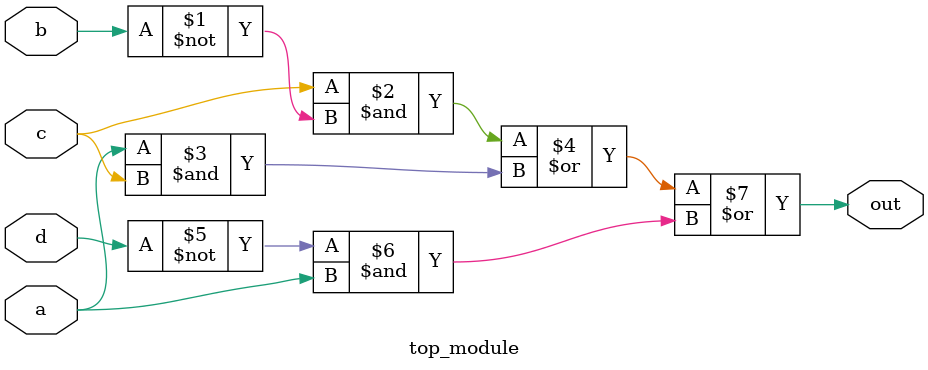
<source format=v>
module top_module(
    input a,
    input b,
    input c,
    input d,
    output out  ); 

assign out = c & ~b | a & c | ~d & a;

endmodule

</source>
